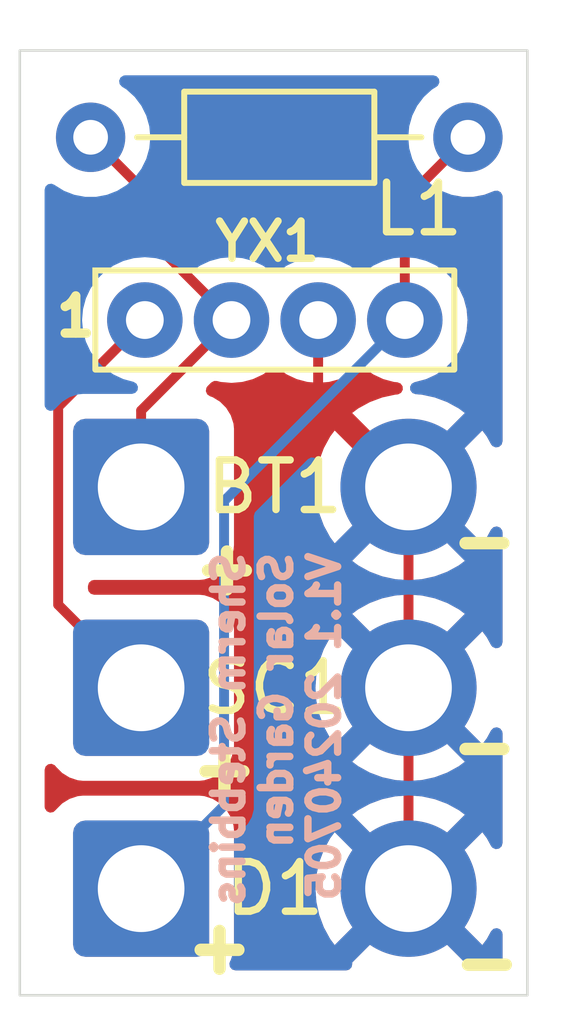
<source format=kicad_pcb>
(kicad_pcb (version 20240108) (generator "pcbnew") (generator_version "8.0")
  (layers (0 "F.Cu" signal) (31 "B.Cu" signal) (34 "B.Paste" user) (35 "F.Paste" user) (36 "B.SilkS" user "B.Silkscreen") (37 "F.SilkS" user "F.Silkscreen") (38 "B.Mask" user) (39 "F.Mask" user) (44 "Edge.Cuts" user))
  (net 0 "")
  (net 1 "GND")
  (net 2 "Net-(BT1-+)")
  (net 3 "Net-(D1-A)")
  (net 4 "Net-(SC1-+)")
  (footprint "Connector_Wire:SolderWire-1sqmm_1x02_P5.4mm_D1.4mm_OD2.7mm" (layer "F.Cu") (at 156.15 91.6 180)
    (property "Reference" "D1" (at 2.7 0 180) (layer "F.SilkS"))
    (property "Value" "LED")
    (pad "1" thru_hole circle (at 0 0 180) (size 2.75 2.75) (drill 1.75) (layers "*.Cu" "*.Mask") (net 1 "GND"))
    (pad "2" thru_hole roundrect (at 5.4 0 180) (size 2.75 2.75) (drill 1.75) (layers "*.Cu" "*.Mask") (roundrect_rratio 0.09090909091) (net 3 "Net-(D1-A)"))
  )
  (footprint "Connector_Wire:SolderWire-1sqmm_1x02_P5.4mm_D1.4mm_OD2.7mm" (layer "F.Cu") (at 150.75 87.55)
    (property "Reference" "SC1" (at 2.7 0 0) (layer "F.SilkS"))
    (property "Value" "Solar_Cell")
    (pad "1" thru_hole roundrect (at 0 0) (size 2.75 2.75) (drill 1.75) (layers "*.Cu" "*.Mask") (roundrect_rratio 0.090909) (net 4 "Net-(SC1-+)"))
    (pad "2" thru_hole circle (at 5.4 0) (size 2.75 2.75) (drill 1.75) (layers "*.Cu" "*.Mask") (net 1 "GND"))
  )
  (footprint "Connector_Wire:SolderWire-1sqmm_1x02_P5.4mm_D1.4mm_OD2.7mm" (layer "F.Cu") (at 150.75 83.5)
    (property "Reference" "BT1" (at 2.7 0 0) (layer "F.SilkS"))
    (property "Value" "Battery_Cell")
    (pad "1" thru_hole roundrect (at 0 0) (size 2.75 2.75) (drill 1.75) (layers "*.Cu" "*.Mask") (roundrect_rratio 0.090909) (net 2 "Net-(BT1-+)"))
    (pad "2" thru_hole circle (at 5.4 0) (size 2.75 2.75) (drill 1.75) (layers "*.Cu" "*.Mask") (net 1 "GND"))
  )
  (footprint "+++Sherms-kicad5-libs:YX805-A" (layer "F.Cu") (at 150.825 79.885)
    (property "Reference" "YX1" (at 2.475 -1.335 0) (layer "F.SilkS") (effects (font (size 0.75 0.75))))
    (property "Value" "~")
    (fp_rect (start -1 -0.75) (end 6.25 1.25) (stroke (width 0.12)) (fill none) (layer "F.SilkS"))
    (pad "1" thru_hole circle (at 0 0.25) (size 1.524 1.524) (drill 0.762) (layers "*.Cu" "*.Mask") (net 4 "Net-(SC1-+)"))
    (pad "2" thru_hole circle (at 1.75 0.25) (size 1.524 1.524) (drill 0.762) (layers "*.Cu" "*.Mask") (net 2 "Net-(BT1-+)"))
    (pad "3" thru_hole circle (at 3.5 0.25) (size 1.524 1.524) (drill 0.762) (layers "*.Cu" "*.Mask") (net 1 "GND"))
    (pad "4" thru_hole circle (at 5.25 0.25) (size 1.524 1.524) (drill 0.762) (layers "*.Cu" "*.Mask") (net 3 "Net-(D1-A)"))
  )
  (footprint "Resistor_THT:R_Axial_DIN0204_L3.6mm_D1.6mm_P7.62mm_Horizontal" (layer "F.Cu") (at 157.35 76.45 180)
    (property "Reference" "L1" (at 1 -1.45 180) (layer "F.SilkS"))
    (property "Value" "L")
    (fp_line (start 6.68 0) (end 5.73 0) (stroke (width 0.12)) (layer "F.SilkS"))
    (fp_line (start 5.73 0.92) (end 5.73 -0.92) (stroke (width 0.12)) (layer "F.SilkS"))
    (fp_line (start 5.73 -0.92) (end 1.89 -0.92) (stroke (width 0.12)) (layer "F.SilkS"))
    (fp_line (start 1.89 0.92) (end 5.73 0.92) (stroke (width 0.12)) (layer "F.SilkS"))
    (fp_line (start 1.89 -0.92) (end 1.89 0.92) (stroke (width 0.12)) (layer "F.SilkS"))
    (fp_line (start 0.94 0) (end 1.89 0) (stroke (width 0.12)) (layer "F.SilkS"))
    (pad "1" thru_hole circle (at 0 0 180) (size 1.4 1.4) (drill 0.7) (layers "*.Cu" "*.Mask") (net 3 "Net-(D1-A)"))
    (pad "2" thru_hole oval (at 7.62 0 180) (size 1.4 1.4) (drill 0.7) (layers "*.Cu" "*.Mask") (net 2 "Net-(BT1-+)"))
  )
  (gr_rect (start 148.3 74.7) (end 158.55 93.75) (stroke (width 0.05)) (fill none) (layer "Edge.Cuts"))
  (gr_text "Sherm Stebbins\nSolar Garden\nV1.1 20240705" (at 154.8 84.75 90) (layer "B.SilkS") (effects (font (size 0.6 0.6) (thickness 0.15) (bold yes)) (justify left bottom mirror)))
  (gr_text "-" (at 156.9 85.15 0) (layer "F.SilkS") (effects (font (size 1 1) (thickness 0.25) (bold yes)) (justify left bottom)))
  (gr_text "1" (at 148.95 80.5 0) (layer "F.SilkS") (effects (font (size 0.75 0.75) (thickness 0.1875) (bold yes)) (justify left bottom)))
  (gr_text "-" (at 156.9 89.3 0) (layer "F.SilkS") (effects (font (size 1 1) (thickness 0.25) (bold yes)) (justify left bottom)))
  (gr_text "+" (at 151.65 89.75 0) (layer "F.SilkS") (effects (font (size 1 1) (thickness 0.25) (bold yes)) (justify left bottom)))
  (gr_text "+" (at 151.55 93.35 0) (layer "F.SilkS") (effects (font (size 1 1) (thickness 0.25) (bold yes)) (justify left bottom)))
  (gr_text "-" (at 156.95 93.65 0) (layer "F.SilkS") (effects (font (size 1 1) (thickness 0.25) (bold yes)) (justify left bottom)))
  (gr_text "+" (at 151.7 85.7 0) (layer "F.SilkS") (effects (font (size 1 1) (thickness 0.25) (bold yes)) (justify left bottom)))
  (segment (start 156.15 83.5) (end 154.325 81.675) (width 0.2) (layer "F.Cu") (net 1))
  (segment (start 156.15 87.55) (end 156.15 91.6) (width 0.2) (layer "F.Cu") (net 1))
  (segment (start 154.325 81.675) (end 154.325 80.135) (width 0.2) (layer "F.Cu") (net 1))
  (segment (start 156.15 83.5) (end 156.15 87.55) (width 0.2) (layer "F.Cu") (net 1))
  (segment (start 150.685 78.245) (end 152.575 80.135) (width 0.2) (layer "F.Cu") (net 2))
  (segment (start 150.75 81.96) (end 152.575 80.135) (width 0.2) (layer "F.Cu") (net 2))
  (segment (start 150.75 83.5) (end 150.75 81.96) (width 0.2) (layer "F.Cu") (net 2))
  (segment (start 150.685 77.405) (end 149.73 76.45) (width 0.2) (layer "F.Cu") (net 2))
  (segment (start 150.685 78.245) (end 150.685 77.405) (width 0.2) (layer "F.Cu") (net 2))
  (segment (start 156.075 80.135) (end 156.075 77.725) (width 0.2) (layer "F.Cu") (net 3))
  (segment (start 156.075 77.725) (end 157.35 76.45) (width 0.2) (layer "F.Cu") (net 3))
  (segment (start 155.765 79.825) (end 156.075 80.135) (width 0.2) (layer "F.Cu") (net 3))
  (segment (start 152.425 83.785) (end 152.425 89.925) (width 0.2) (layer "B.Cu") (net 3))
  (segment (start 156.075 80.135) (end 152.425 83.785) (width 0.2) (layer "B.Cu") (net 3))
  (segment (start 152.425 89.925) (end 150.75 91.6) (width 0.2) (layer "B.Cu") (net 3))
  (segment (start 149.075 85.875) (end 149.075 81.885) (width 0.2) (layer "F.Cu") (net 4))
  (segment (start 149.075 81.885) (end 150.825 80.135) (width 0.2) (layer "F.Cu") (net 4))
  (segment (start 150.75 87.55) (end 149.075 85.875) (width 0.2) (layer "F.Cu") (net 4))
  (zone (net 1) (net_name "GND") (layers "F&B.Cu") (connect_pads (clearance 0.5)) (min_thickness 0.25) (fill yes (thermal_gap 0.5) (thermal_bridge_width 0.5))
    (polygon (pts (xy 148.05 74.5) (xy 147.9 94.35) (xy 159.45 94.35) (xy 159.3 74.2)))
  )
)
</source>
